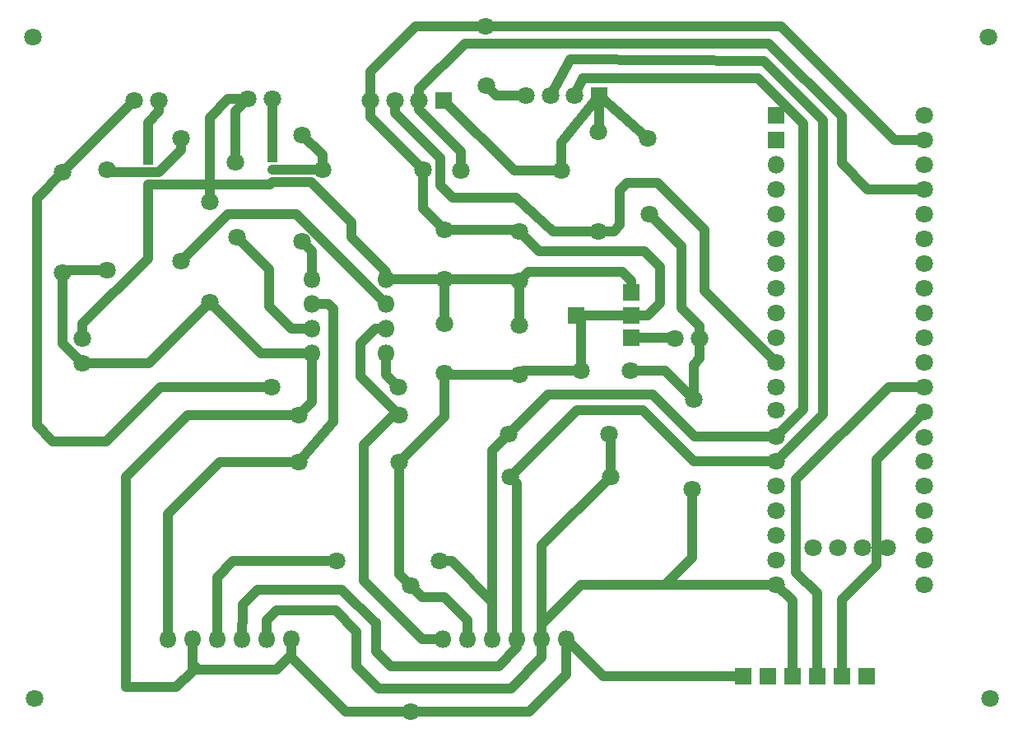
<source format=gbl>
G04 Layer: BottomLayer*
G04 EasyEDA v6.5.46, 2024-09-03 21:34:31*
G04 a3a5ef0e5d234bae984b2533349a5239,230d3d8e61244ae18bc76ebd04fb3888,10*
G04 Gerber Generator version 0.2*
G04 Scale: 100 percent, Rotated: No, Reflected: No *
G04 Dimensions in millimeters *
G04 leading zeros omitted , absolute positions ,4 integer and 5 decimal *
%FSLAX45Y45*%
%MOMM*%

%ADD10C,1.0000*%
%ADD11R,1.8000X1.8000*%
%ADD12C,1.8000*%
%ADD13O,0.9999979999999999X0.9999979999999999*%
%ADD14R,1.0000X1.0000*%
%ADD15O,1.7999964X1.7999964*%
%ADD16O,0.0129X1.7999964*%

%LPD*%
D10*
X6979005Y7823200D02*
G01*
X7480300Y7378700D01*
X7480300Y7378700D01*
X6978904Y7823200D02*
G01*
X6591300Y7340600D01*
X6585711Y7048500D01*
X7950200Y4699000D02*
G01*
X7658100Y4991100D01*
X7302500Y4991100D01*
X8013700Y5321300D02*
G01*
X8013700Y5448300D01*
X7823200Y5638800D01*
X7823200Y6273800D01*
X7493000Y6604000D01*
X8013700Y5321300D02*
G01*
X8013700Y5118100D01*
X7950200Y5054600D01*
X7950200Y4699000D01*
X7306589Y5332603D02*
G01*
X7748397Y5332603D01*
X7759700Y5321300D01*
X9220200Y1854200D02*
G01*
X9220200Y2705100D01*
X9004300Y2921000D01*
X9004300Y3873500D01*
X9956800Y4826000D01*
X10325100Y4826000D01*
X7937500Y3771900D02*
G01*
X7937500Y3073400D01*
X7658100Y2794000D01*
X2336800Y7162800D02*
G01*
X2336800Y7543800D01*
X2449068Y7656068D01*
X2449068Y7772400D01*
X10325100Y6858000D02*
G01*
X9740900Y6858000D01*
X9474200Y7124700D01*
X9474200Y7607300D01*
X8724900Y8356600D01*
X5600700Y8356600D01*
X5128790Y7884690D01*
X5128790Y7772400D01*
X5128768Y7772400D02*
G01*
X5128768Y7672831D01*
X5555488Y7246112D01*
X5555488Y7048500D01*
X2336800Y6908800D02*
G01*
X2336800Y6146800D01*
X1663700Y5473700D01*
X1663700Y5319268D01*
X10325100Y7366000D02*
G01*
X10020300Y7366000D01*
X8851900Y8534400D01*
X5807694Y8534400D01*
X6728965Y7823200D02*
G01*
X6807200Y8001000D01*
X8610600Y8001000D01*
X9080500Y7531100D01*
X9080500Y4597400D01*
X8801100Y4318000D01*
X6479034Y7823200D02*
G01*
X6680200Y8191500D01*
X8674100Y8178800D01*
X9283700Y7569200D01*
X9283700Y4546600D01*
X8801100Y4064000D01*
X6979005Y7823200D02*
G01*
X6979005Y7455913D01*
X6972300Y7449207D01*
X6159500Y6426200D02*
G01*
X6362700Y6223000D01*
X7442200Y6223000D01*
X7607300Y6057900D01*
X7607300Y5689600D01*
X7480300Y5562600D01*
X7306563Y5562600D01*
X4878831Y7772400D02*
G01*
X4878831Y7643368D01*
X5346700Y7175500D01*
X5346700Y6896100D01*
X5473700Y6769100D01*
X6126988Y6769100D01*
X6502400Y6426200D01*
X6965289Y6426200D01*
X6972300Y6419189D01*
X6972300Y6419192D02*
G01*
X7131707Y6419192D01*
X7188200Y6489700D01*
X7188200Y6845300D01*
X7264400Y6921500D01*
X7581900Y6921500D01*
X8064500Y6438900D01*
X8064500Y5816600D01*
X8801100Y5080000D01*
X5626100Y2235200D02*
G01*
X5626100Y2425700D01*
X5384800Y2667000D01*
X5156200Y2667000D01*
X5032908Y2790291D01*
X5032908Y2790291D02*
G01*
X4922011Y2901187D01*
X4922011Y4051300D01*
X5372100Y2235200D02*
G01*
X5156200Y2235200D01*
X4559300Y2832100D01*
X4559300Y4229100D01*
X4864100Y4533900D01*
X4922011Y4533900D01*
X7306589Y5562600D02*
G01*
X6739610Y5562600D01*
X6229019Y7823200D02*
G01*
X5918200Y7823200D01*
X5816600Y7924800D01*
X5807699Y8534400D02*
G01*
X5092700Y8534400D01*
X4622800Y8064500D01*
X4622800Y7778495D01*
X4628895Y7772400D01*
X4921910Y4533897D02*
G01*
X4521200Y4934607D01*
X4521200Y5270500D01*
X4674743Y5424043D01*
X4787900Y5424043D01*
X3891788Y4051300D02*
G01*
X4241800Y4470400D01*
X4241800Y5626100D01*
X4189984Y5677915D01*
X4025900Y5677915D01*
X3302000Y2235200D02*
G01*
X3302000Y2387600D01*
X3314700Y2400300D01*
X3314700Y2590800D01*
X3467100Y2743200D01*
X4330700Y2743200D01*
X4673600Y2400300D01*
X4686300Y2400300D01*
X4686300Y2108200D01*
X4838700Y1955800D01*
X5943600Y1955800D01*
X6134100Y2146300D01*
X6134100Y2235200D01*
X3556000Y2235200D02*
G01*
X3556000Y2425700D01*
X3657600Y2527300D01*
X4267200Y2527300D01*
X4483100Y2311400D01*
X4483100Y1955800D01*
X4711700Y1727200D01*
X6070600Y1727200D01*
X6388100Y2044700D01*
X6388100Y2235200D01*
X3891889Y4533897D02*
G01*
X4025900Y4667907D01*
X4025900Y5170043D01*
X2336800Y6908800D02*
G01*
X3594112Y6908800D01*
X3619500Y6934187D01*
X3619500Y7188200D02*
G01*
X3617468Y7785100D01*
X6642100Y2235200D02*
G01*
X6642100Y1866900D01*
X6261100Y1485900D01*
X5039380Y1485900D01*
X5039380Y1485900D02*
G01*
X4368800Y1485900D01*
X3810000Y2044700D01*
X3810000Y2235200D01*
X5339082Y3035300D02*
G01*
X5461000Y3035300D01*
X5880100Y2616200D01*
X5880100Y2235200D01*
X3048000Y2489200D02*
G01*
X3048000Y2870200D01*
X3213100Y3035300D01*
X4276044Y3035300D01*
X6388100Y2235200D02*
G01*
X6388100Y2387600D01*
X6794500Y2794000D01*
X8801100Y2794000D01*
X3048000Y2235200D02*
G01*
X3048000Y2489200D01*
X3594100Y1917700D02*
G01*
X3657600Y1917700D01*
X3810000Y2070100D01*
X3810000Y2235200D02*
G01*
X3810000Y2070100D01*
X2540000Y2235200D02*
G01*
X2540000Y3517900D01*
X3073400Y4051300D01*
X3891879Y4051300D01*
X5384800Y5930900D02*
G01*
X6146800Y5930900D01*
X6172200Y5905500D01*
X6172200Y5905500D02*
G01*
X6159500Y5892800D01*
X6159500Y5461000D01*
X5384800Y5473700D02*
G01*
X5384800Y5905500D01*
X5397500Y5918200D01*
X4787900Y5931915D02*
G01*
X5384800Y5930900D01*
X6159500Y5918200D02*
G01*
X6248400Y6007100D01*
X7213600Y6007100D01*
X7306589Y5914110D01*
X7306589Y5792596D01*
X8966200Y1854200D02*
G01*
X8966200Y2628900D01*
X8801100Y2794000D01*
X2336800Y7035800D02*
G01*
X1937407Y7035800D01*
X1917700Y7055507D01*
X5378805Y7772400D02*
G01*
X6102705Y7048500D01*
X6585607Y7048500D01*
X2199109Y7772400D02*
G01*
X1460500Y7033790D01*
X1460500Y7030110D01*
X1460500Y7030110D02*
G01*
X1193800Y6763410D01*
X1193800Y4432300D01*
X1358900Y4267200D01*
X1905000Y4267200D01*
X2463800Y4826000D01*
X3606800Y4826000D01*
X1460500Y7030110D02*
G01*
X1193800Y6763410D01*
X1193800Y5651500D01*
X4914900Y4826000D02*
G01*
X4787900Y4953000D01*
X4787900Y5170043D01*
X2971800Y6725310D02*
G01*
X2971800Y7594600D01*
X3162300Y7785100D01*
X3367521Y7785100D01*
X5880100Y2235200D02*
G01*
X5880100Y4172612D01*
X6050889Y4343402D01*
X6063589Y3898897D02*
G01*
X6134100Y3828387D01*
X6134100Y2235200D01*
X6050892Y4343400D02*
G01*
X6457292Y4749800D01*
X7531100Y4749800D01*
X7962900Y4318000D01*
X8801100Y4318000D01*
X6063592Y3898900D02*
G01*
X6749392Y4584700D01*
X7429500Y4584700D01*
X7950200Y4064000D01*
X8801100Y4064000D01*
X7080910Y4343402D02*
G01*
X7093610Y4330702D01*
X7093610Y3898897D01*
X7093610Y3898897D02*
G01*
X6388100Y3193387D01*
X6388100Y2235200D01*
X3619500Y7061200D02*
G01*
X4133189Y7061200D01*
X3924300Y7416800D02*
G01*
X4133192Y7207907D01*
X4133192Y7061200D01*
X2336800Y7035800D02*
G01*
X2451100Y7035800D01*
X2679700Y7264400D01*
X2679700Y7378700D01*
X3367534Y7785100D02*
G01*
X3238500Y7656065D01*
X3238500Y7137400D01*
X3619500Y6934200D02*
G01*
X4013200Y6934200D01*
X4432300Y6515100D01*
X4432300Y6362700D01*
X4787900Y6007100D01*
X4787900Y5931915D01*
X3251200Y6362700D02*
G01*
X3581400Y6032500D01*
X3581400Y5651500D01*
X3808859Y5424040D01*
X4025900Y5424040D01*
X9474200Y1854200D02*
G01*
X9474200Y2641600D01*
X9829800Y2997200D01*
X9829800Y4076700D01*
X10325100Y4572000D01*
X2679700Y6121400D02*
G01*
X3162300Y6604000D01*
X3861815Y6604000D01*
X4787900Y5677915D01*
X3924300Y6324600D02*
G01*
X4025900Y6223000D01*
X4025900Y5932043D01*
X4921910Y4051300D02*
G01*
X5384800Y4514189D01*
X5384800Y4965700D01*
X5384800Y4965700D02*
G01*
X5397500Y4953000D01*
X6159500Y4953000D01*
X6159500Y4953000D02*
G01*
X6197600Y4991100D01*
X6794500Y4991100D01*
X4025900Y5170043D02*
G01*
X3497046Y5170043D01*
X2971800Y5695289D01*
X2971800Y5695289D02*
G01*
X2345816Y5069306D01*
X1663700Y5069306D01*
X1663700Y5069306D02*
G01*
X1460500Y5272506D01*
X1460500Y6000089D01*
X1460500Y6000089D02*
G01*
X1485900Y6025489D01*
X1917700Y6025489D01*
X5384800Y6438900D02*
G01*
X5163210Y6660489D01*
X5163210Y7061200D01*
X5163207Y7061200D02*
G01*
X4628794Y7595613D01*
X4628794Y7772400D01*
X6739608Y5562600D02*
G01*
X6794500Y5507708D01*
X6794500Y4991100D01*
X6159500Y6426200D02*
G01*
X6146800Y6438900D01*
X5384800Y6438900D01*
X6642100Y2235200D02*
G01*
X7023100Y1854200D01*
X8458200Y1854200D01*
X3891788Y4533900D02*
G01*
X2743200Y4533900D01*
X2109724Y3898900D01*
X2109724Y1739900D01*
X2628900Y1739900D01*
X2794000Y1905000D01*
X2794000Y2235200D01*
X2794000Y2235200D02*
G01*
X2794000Y1981200D01*
X2857500Y1917700D01*
X3594100Y1917700D01*
D11*
G01*
X7306589Y5792596D03*
G01*
X7306589Y5562600D03*
G01*
X7306589Y5332603D03*
G01*
X6739610Y5562600D03*
D12*
G01*
X5384800Y5930900D03*
G01*
X5384800Y6438900D03*
G01*
X6159500Y5918200D03*
G01*
X6159500Y6426200D03*
G01*
X6794500Y4991100D03*
G01*
X7302500Y4991100D03*
D11*
G01*
X8712200Y1854200D03*
G01*
X8966200Y1854200D03*
G01*
X9220200Y1854200D03*
G01*
X9474200Y1854200D03*
G01*
X9728200Y1854200D03*
G01*
X8458200Y1854200D03*
D12*
G01*
X6159500Y4953000D03*
G01*
X6159500Y5461000D03*
G01*
X5384800Y4965700D03*
G01*
X5384800Y5473700D03*
G01*
X3367531Y7785100D03*
G01*
X3617518Y7785100D03*
G01*
X2199106Y7772400D03*
G01*
X2449093Y7772400D03*
G01*
X6729018Y7823200D03*
D11*
G01*
X6979005Y7823200D03*
D12*
G01*
X6479006Y7823200D03*
G01*
X6229019Y7823200D03*
G01*
X5128793Y7772400D03*
D11*
G01*
X5378805Y7772400D03*
D12*
G01*
X4878781Y7772400D03*
G01*
X4628794Y7772400D03*
D13*
G01*
X3619500Y6934200D03*
G01*
X3619500Y7061200D03*
D14*
G01*
X3619500Y7188200D03*
D13*
G01*
X2336800Y6908800D03*
G01*
X2336800Y7035800D03*
D14*
G01*
X2336800Y7162800D03*
D12*
G01*
X2971800Y5695289D03*
G01*
X2971800Y6725310D03*
G01*
X4921910Y4051300D03*
G01*
X3891889Y4051300D03*
G01*
X1917700Y6025489D03*
G01*
X1917700Y7055510D03*
G01*
X3891889Y4533900D03*
G01*
X4921910Y4533900D03*
G01*
X5163210Y7061200D03*
G01*
X4133189Y7061200D03*
G01*
X1460500Y6000089D03*
G01*
X1460500Y7030110D03*
G01*
X6050889Y4343400D03*
G01*
X7080910Y4343400D03*
G01*
X7093610Y3898900D03*
G01*
X6063589Y3898900D03*
G01*
X5555589Y7048500D03*
G01*
X6585610Y7048500D03*
D15*
G01*
X4787900Y5932043D03*
G01*
X4787900Y5678043D03*
G01*
X4787900Y5424043D03*
G01*
X4787900Y5170043D03*
G01*
X4025900Y5170043D03*
G01*
X4025900Y5424043D03*
G01*
X4025900Y5678043D03*
G01*
X4025900Y5932043D03*
G01*
X2540000Y2235200D03*
G01*
X2794000Y2235200D03*
G01*
X3048000Y2235200D03*
G01*
X3302000Y2235200D03*
G01*
X3556000Y2235200D03*
G01*
X3810000Y2235200D03*
G01*
X5372100Y2235200D03*
G01*
X5626100Y2235200D03*
G01*
X5880100Y2235200D03*
G01*
X6134100Y2235200D03*
G01*
X6388100Y2235200D03*
G01*
X6642100Y2235200D03*
D12*
G01*
X6972300Y7449210D03*
G01*
X6972300Y6419189D03*
D11*
G01*
X8801100Y7366000D03*
D12*
G01*
X9944100Y3175000D03*
G01*
X9690100Y3175000D03*
G01*
X9436100Y3175000D03*
G01*
X9182100Y3175000D03*
D11*
G01*
X8801100Y7620000D03*
D15*
G01*
X8801100Y7112000D03*
D12*
G01*
X8801100Y6858000D03*
G01*
X8801100Y6604000D03*
G01*
X8801100Y6350000D03*
G01*
X8801100Y6096000D03*
G01*
X8801100Y5842000D03*
G01*
X8801100Y5588000D03*
G01*
X8801100Y5334000D03*
G01*
X8801100Y5080000D03*
G01*
X8801100Y4826000D03*
G01*
X8801100Y4584700D03*
G01*
X8801100Y4318000D03*
G01*
X8801100Y4064000D03*
G01*
X8801100Y3810000D03*
G01*
X8801100Y3556000D03*
G01*
X8801100Y3302000D03*
G01*
X8801100Y3048000D03*
G01*
X8801100Y2794000D03*
G01*
X10325100Y7620000D03*
G01*
X10325100Y7366000D03*
G01*
X10325100Y7112000D03*
G01*
X10325100Y6858000D03*
G01*
X10325100Y6604000D03*
G01*
X10325100Y6350000D03*
G01*
X10325100Y6096000D03*
G01*
X10325100Y5842000D03*
G01*
X10325100Y5588000D03*
G01*
X10325100Y5334000D03*
G01*
X10325100Y5080000D03*
G01*
X10325100Y4826000D03*
G01*
X10325100Y4572000D03*
G01*
X10325100Y4305300D03*
G01*
X10325100Y4064000D03*
G01*
X10325100Y3810000D03*
G01*
X10325100Y3556000D03*
G01*
X10325100Y3302000D03*
G01*
X10325100Y3048000D03*
G01*
X10325100Y2794000D03*
G01*
X1663700Y5069306D03*
G01*
X1663700Y5319293D03*
G01*
X3606800Y4826000D03*
G01*
X4914900Y4826000D03*
G01*
X3238500Y7137400D03*
G01*
X3251200Y6362700D03*
G01*
X3924300Y7416800D03*
G01*
X3924300Y6324600D03*
G01*
X2679700Y7378700D03*
G01*
X2679700Y6121400D03*
G01*
X7480300Y7378700D03*
G01*
X7493000Y6604000D03*
G01*
X7950200Y4699000D03*
G01*
X7937500Y3771900D03*
G01*
X5339079Y3035300D03*
G01*
X4276039Y3035300D03*
G01*
X5807709Y8534400D03*
G01*
X5816600Y7924800D03*
G01*
X5041900Y2781300D03*
G01*
X5039385Y1485900D03*
G01*
X7759700Y5321300D03*
G01*
X8013700Y5321300D03*
G01*
X10985500Y8420100D03*
G01*
X1155700Y8420100D03*
G01*
X1168400Y1625600D03*
G01*
X10998200Y1625600D03*
M02*

</source>
